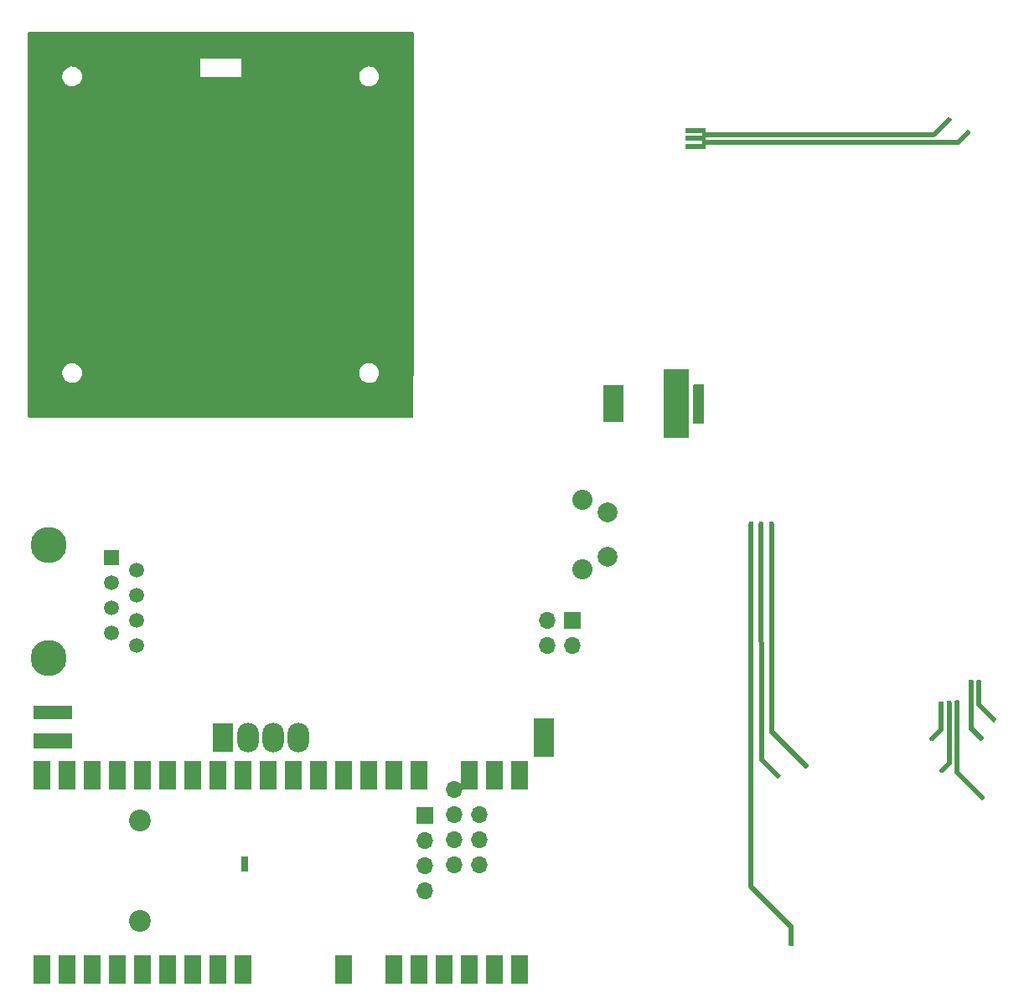
<source format=gbr>
G04 #@! TF.GenerationSoftware,KiCad,Pcbnew,7.0.1-0*
G04 #@! TF.CreationDate,2023-10-17T11:13:41-04:00*
G04 #@! TF.ProjectId,CosmicWatch,436f736d-6963-4576-9174-63682e6b6963,rev?*
G04 #@! TF.SameCoordinates,Original*
G04 #@! TF.FileFunction,Soldermask,Top*
G04 #@! TF.FilePolarity,Negative*
%FSLAX46Y46*%
G04 Gerber Fmt 4.6, Leading zero omitted, Abs format (unit mm)*
G04 Created by KiCad (PCBNEW 7.0.1-0) date 2023-10-17 11:13:41*
%MOMM*%
%LPD*%
G01*
G04 APERTURE LIST*
%ADD10R,2.000000X4.000000*%
%ADD11R,1.700000X1.700000*%
%ADD12O,1.700000X1.700000*%
%ADD13C,2.032000*%
%ADD14C,2.000000*%
%ADD15R,2.000000X3.000000*%
%ADD16O,2.200000X3.000000*%
%ADD17R,5.000000X2.000000*%
%ADD18R,1.700000X3.000000*%
%ADD19R,2.000000X3.800000*%
%ADD20R,2.500000X7.000000*%
%ADD21R,2.000000X0.500000*%
%ADD22C,0.600000*%
%ADD23C,0.270000*%
%ADD24C,3.650000*%
%ADD25R,1.500000X1.500000*%
%ADD26C,1.500000*%
%ADD27C,2.200000*%
%ADD28R,4.000000X1.500000*%
%ADD29R,4.000000X1.400000*%
%ADD30R,0.650000X1.560000*%
G04 APERTURE END LIST*
D10*
X192230000Y-102110000D03*
D11*
X195105000Y-90235000D03*
D12*
X195105000Y-92775000D03*
X192565000Y-90235000D03*
X192565000Y-92775000D03*
D13*
X196162500Y-85060000D03*
D14*
X198662500Y-83810000D03*
D13*
X196162500Y-78060000D03*
D14*
X198662500Y-79310000D03*
D15*
X159810000Y-102110000D03*
D16*
X162350000Y-102110000D03*
X164890000Y-102110000D03*
X167430000Y-102110000D03*
D11*
X159555023Y-64478630D03*
D12*
X159555023Y-61938630D03*
X159555023Y-59398630D03*
X159555023Y-56858630D03*
D17*
X159610000Y-36305000D03*
D18*
X141550000Y-125500000D03*
X144090000Y-125500000D03*
X146630000Y-125500000D03*
X149170000Y-125500000D03*
X151710000Y-125500000D03*
X154250000Y-125500000D03*
X156790000Y-125500000D03*
X159330000Y-125500000D03*
X161870000Y-125500000D03*
X172030000Y-125500000D03*
X177110000Y-125500000D03*
X179650000Y-125500000D03*
X182190000Y-125500000D03*
X184730000Y-125500000D03*
X187270000Y-125500000D03*
X189810000Y-125500000D03*
X189810000Y-105920000D03*
X187270000Y-105920000D03*
X184730000Y-105920000D03*
X179650000Y-105920000D03*
X177110000Y-105920000D03*
X174570000Y-105920000D03*
X172030000Y-105920000D03*
X169490000Y-105920000D03*
X166950000Y-105920000D03*
X164410000Y-105920000D03*
X161870000Y-105920000D03*
X159330000Y-105920000D03*
X156790000Y-105920000D03*
X154250000Y-105920000D03*
X151710000Y-105920000D03*
X149170000Y-105920000D03*
X146630000Y-105920000D03*
X144090000Y-105920000D03*
X141550000Y-105920000D03*
D17*
X159560000Y-32405000D03*
D19*
X199255000Y-68335000D03*
D20*
X205630000Y-68335000D03*
D21*
X207580000Y-40700000D03*
X207580000Y-40700000D03*
X207580000Y-41500000D03*
X207580000Y-42300000D03*
D22*
X158320000Y-51485000D03*
D23*
X158320000Y-50225000D03*
X158320000Y-48965000D03*
D22*
X159580000Y-51485000D03*
X159580000Y-48965000D03*
D23*
X160840000Y-51485000D03*
X160840000Y-50225000D03*
D22*
X160840000Y-48965000D03*
D24*
X142225000Y-82575000D03*
X142225000Y-94005000D03*
D25*
X148575000Y-83845000D03*
D26*
X151115000Y-85115000D03*
X148575000Y-86385000D03*
X151115000Y-87655000D03*
X148575000Y-88925000D03*
X151115000Y-90195000D03*
X148575000Y-91465000D03*
X151115000Y-92735000D03*
D27*
X151420000Y-120614500D03*
X151420000Y-110464500D03*
D12*
X183140000Y-107330000D03*
X185680000Y-109870000D03*
X183140000Y-109870000D03*
X185680000Y-112410000D03*
X183140000Y-112410000D03*
X185680000Y-114950000D03*
X183140000Y-114950000D03*
D11*
X180220000Y-109920000D03*
D12*
X180220000Y-112460000D03*
X180220000Y-115000000D03*
X180220000Y-117540000D03*
D28*
X142600000Y-102460000D03*
D29*
X142600000Y-99560000D03*
D30*
X161970000Y-114845000D03*
G36*
X179046892Y-30726903D02*
G01*
X179093017Y-30773078D01*
X179109853Y-30836136D01*
X179109000Y-31627573D01*
X179099380Y-31675725D01*
X179080001Y-31704704D01*
X179072185Y-61403125D01*
X179072185Y-61403277D01*
X179060185Y-69584185D01*
X179043243Y-69647107D01*
X178997132Y-69693150D01*
X178934185Y-69710000D01*
X144546334Y-69710000D01*
X144524017Y-69716281D01*
X142632697Y-69713614D01*
X142618926Y-69710000D01*
X140196000Y-69710000D01*
X140133000Y-69693119D01*
X140086881Y-69647000D01*
X140070000Y-69584000D01*
X140070000Y-65311168D01*
X143575131Y-65311168D01*
X143615860Y-65509361D01*
X143695653Y-65695303D01*
X143811240Y-65861370D01*
X143957894Y-66000775D01*
X144129606Y-66107805D01*
X144319347Y-66178077D01*
X144519351Y-66208716D01*
X144721426Y-66198468D01*
X144917308Y-66147750D01*
X145098961Y-66058646D01*
X145258968Y-65934792D01*
X145390762Y-65781268D01*
X145488957Y-65604357D01*
X145549529Y-65411299D01*
X145559711Y-65311168D01*
X173575131Y-65311168D01*
X173615860Y-65509361D01*
X173695653Y-65695303D01*
X173811240Y-65861370D01*
X173957894Y-66000775D01*
X174129606Y-66107805D01*
X174319347Y-66178077D01*
X174519351Y-66208716D01*
X174721426Y-66198468D01*
X174917308Y-66147750D01*
X175098961Y-66058646D01*
X175258968Y-65934792D01*
X175390762Y-65781268D01*
X175488957Y-65604357D01*
X175549529Y-65411299D01*
X175569999Y-65209999D01*
X175549529Y-65008700D01*
X175488957Y-64815642D01*
X175390762Y-64638731D01*
X175258968Y-64485207D01*
X175098961Y-64361353D01*
X174917308Y-64272249D01*
X174721426Y-64221531D01*
X174519351Y-64211283D01*
X174319347Y-64241922D01*
X174129606Y-64312194D01*
X173957894Y-64419224D01*
X173811240Y-64558629D01*
X173695653Y-64724696D01*
X173615860Y-64910638D01*
X173575131Y-65108832D01*
X173575131Y-65311168D01*
X145559711Y-65311168D01*
X145569999Y-65209999D01*
X145549529Y-65008700D01*
X145488957Y-64815642D01*
X145390762Y-64638731D01*
X145258968Y-64485207D01*
X145098961Y-64361353D01*
X144917308Y-64272249D01*
X144721426Y-64221531D01*
X144519351Y-64211283D01*
X144319347Y-64241922D01*
X144129606Y-64312194D01*
X143957894Y-64419224D01*
X143811240Y-64558629D01*
X143695653Y-64724696D01*
X143615860Y-64910638D01*
X143575131Y-65108832D01*
X143575131Y-65311168D01*
X140070000Y-65311168D01*
X140070000Y-35311168D01*
X143575131Y-35311168D01*
X143615860Y-35509361D01*
X143695653Y-35695303D01*
X143811240Y-35861370D01*
X143957894Y-36000775D01*
X144129606Y-36107805D01*
X144319347Y-36178077D01*
X144519351Y-36208716D01*
X144721426Y-36198468D01*
X144917308Y-36147750D01*
X145098961Y-36058646D01*
X145258968Y-35934792D01*
X145390762Y-35781268D01*
X145488957Y-35604357D01*
X145549529Y-35411299D01*
X145559711Y-35311168D01*
X173575131Y-35311168D01*
X173615860Y-35509361D01*
X173695653Y-35695303D01*
X173811240Y-35861370D01*
X173957894Y-36000775D01*
X174129606Y-36107805D01*
X174319347Y-36178077D01*
X174519351Y-36208716D01*
X174721426Y-36198468D01*
X174917308Y-36147750D01*
X175098961Y-36058646D01*
X175258968Y-35934792D01*
X175390762Y-35781268D01*
X175488957Y-35604357D01*
X175549529Y-35411299D01*
X175569999Y-35210000D01*
X175549529Y-35008700D01*
X175488957Y-34815642D01*
X175390762Y-34638731D01*
X175258968Y-34485207D01*
X175098961Y-34361353D01*
X174917308Y-34272249D01*
X174721426Y-34221531D01*
X174519351Y-34211283D01*
X174319347Y-34241922D01*
X174129606Y-34312194D01*
X173957894Y-34419224D01*
X173811240Y-34558629D01*
X173695653Y-34724696D01*
X173615860Y-34910638D01*
X173575131Y-35108832D01*
X173575131Y-35311168D01*
X145559711Y-35311168D01*
X145569999Y-35210000D01*
X145549529Y-35008700D01*
X145488957Y-34815642D01*
X145390762Y-34638731D01*
X145258968Y-34485207D01*
X145098961Y-34361353D01*
X144917308Y-34272249D01*
X144721426Y-34221531D01*
X144519351Y-34211283D01*
X144319347Y-34241922D01*
X144129606Y-34312194D01*
X143957894Y-34419224D01*
X143811240Y-34558629D01*
X143695653Y-34724696D01*
X143615860Y-34910638D01*
X143575131Y-35108832D01*
X143575131Y-35311168D01*
X140070000Y-35311168D01*
X140070000Y-33455000D01*
X157485000Y-33455000D01*
X157485000Y-35255000D01*
X161635000Y-35255000D01*
X161635000Y-33455000D01*
X157485000Y-33455000D01*
X140070000Y-33455000D01*
X140070000Y-30845930D01*
X140086870Y-30782949D01*
X140132963Y-30736832D01*
X140195935Y-30719930D01*
X159585000Y-30710000D01*
X178983853Y-30710000D01*
X179046892Y-30726903D01*
G37*
G36*
X232567000Y-98426881D02*
G01*
X232613119Y-98473000D01*
X232630000Y-98536000D01*
X232630000Y-101257810D01*
X232620409Y-101306028D01*
X232593095Y-101346905D01*
X231519095Y-102420905D01*
X231462611Y-102453517D01*
X231397389Y-102453517D01*
X231340905Y-102420905D01*
X231169095Y-102249095D01*
X231136483Y-102192611D01*
X231136483Y-102127389D01*
X231169095Y-102070905D01*
X232130000Y-101110000D01*
X232130000Y-98536000D01*
X232146881Y-98473000D01*
X232193000Y-98426881D01*
X232256000Y-98410000D01*
X232504000Y-98410000D01*
X232567000Y-98426881D01*
G37*
G36*
X233367000Y-98376881D02*
G01*
X233413119Y-98423000D01*
X233430000Y-98486000D01*
X233430000Y-104707810D01*
X233420409Y-104756028D01*
X233393095Y-104796905D01*
X232569095Y-105620905D01*
X232512611Y-105653517D01*
X232447389Y-105653517D01*
X232390905Y-105620905D01*
X232219095Y-105449095D01*
X232186483Y-105392611D01*
X232186483Y-105327389D01*
X232219095Y-105270904D01*
X232930000Y-104560000D01*
X232930000Y-98486000D01*
X232946881Y-98423000D01*
X232993000Y-98376881D01*
X233056000Y-98360000D01*
X233304000Y-98360000D01*
X233367000Y-98376881D01*
G37*
G36*
X234167000Y-98326881D02*
G01*
X234213119Y-98373000D01*
X234230000Y-98436000D01*
X234230000Y-105460001D01*
X236752727Y-107982727D01*
X236783661Y-108033493D01*
X236787875Y-108092791D01*
X236764432Y-108147422D01*
X236617167Y-108343777D01*
X236560329Y-108386259D01*
X236489547Y-108391289D01*
X236427272Y-108357272D01*
X233766905Y-105696905D01*
X233739591Y-105656028D01*
X233730000Y-105607810D01*
X233730000Y-98436000D01*
X233746881Y-98373000D01*
X233793000Y-98326881D01*
X233856000Y-98310000D01*
X234104000Y-98310000D01*
X234167000Y-98326881D01*
G37*
G36*
X235567000Y-96226881D02*
G01*
X235613119Y-96273000D01*
X235630000Y-96336000D01*
X235630000Y-101010001D01*
X236652727Y-102032727D01*
X236683661Y-102083493D01*
X236687875Y-102142791D01*
X236664432Y-102197422D01*
X236517167Y-102393777D01*
X236460329Y-102436259D01*
X236389547Y-102441289D01*
X236327272Y-102407272D01*
X235166905Y-101246905D01*
X235139591Y-101206028D01*
X235130000Y-101157810D01*
X235130000Y-96336000D01*
X235146881Y-96273000D01*
X235193000Y-96226881D01*
X235256000Y-96210000D01*
X235504000Y-96210000D01*
X235567000Y-96226881D01*
G37*
G36*
X236367000Y-96276881D02*
G01*
X236413119Y-96323000D01*
X236430000Y-96386000D01*
X236430000Y-98610001D01*
X237912794Y-100092794D01*
X237941861Y-100138144D01*
X237949333Y-100191489D01*
X237933843Y-100243080D01*
X237811122Y-100463979D01*
X237772271Y-100506679D01*
X237718454Y-100527570D01*
X237660969Y-100522267D01*
X237611883Y-100491883D01*
X235966905Y-98846905D01*
X235939591Y-98806028D01*
X235930000Y-98757810D01*
X235930000Y-96386000D01*
X235946881Y-96323000D01*
X235993000Y-96276881D01*
X236056000Y-96260000D01*
X236304000Y-96260000D01*
X236367000Y-96276881D01*
G37*
G36*
X213367000Y-80276881D02*
G01*
X213413119Y-80323000D01*
X213430000Y-80386000D01*
X213430000Y-117060001D01*
X217443095Y-121073095D01*
X217470409Y-121113972D01*
X217480000Y-121162190D01*
X217480000Y-123034000D01*
X217463119Y-123097000D01*
X217417000Y-123143119D01*
X217354000Y-123160000D01*
X217106000Y-123160000D01*
X217043000Y-123143119D01*
X216996881Y-123097000D01*
X216980000Y-123034000D01*
X216980000Y-121310000D01*
X216979999Y-121309998D01*
X212966905Y-117296905D01*
X212939591Y-117256028D01*
X212930000Y-117207810D01*
X212930000Y-80386000D01*
X212946881Y-80323000D01*
X212993000Y-80276881D01*
X213056000Y-80260000D01*
X213304000Y-80260000D01*
X213367000Y-80276881D01*
G37*
G36*
X214367187Y-80276837D02*
G01*
X214413294Y-80322848D01*
X214430263Y-80385736D01*
X214480000Y-104160000D01*
X214480001Y-104160002D01*
X216140904Y-105820905D01*
X216173516Y-105877389D01*
X216173516Y-105942611D01*
X216140905Y-105999095D01*
X215969096Y-106170905D01*
X215912611Y-106203517D01*
X215847389Y-106203517D01*
X215790905Y-106170905D01*
X214016797Y-104396797D01*
X213989533Y-104356041D01*
X213979892Y-104307963D01*
X213930262Y-80386261D01*
X213947056Y-80323151D01*
X213993187Y-80276924D01*
X214056262Y-80260000D01*
X214304263Y-80260000D01*
X214367187Y-80276837D01*
G37*
G36*
X215417000Y-80276881D02*
G01*
X215463119Y-80323000D01*
X215480000Y-80386000D01*
X215480000Y-101310001D01*
X218990904Y-104820905D01*
X219023516Y-104877389D01*
X219023516Y-104942611D01*
X218990905Y-104999095D01*
X218819096Y-105170905D01*
X218762611Y-105203517D01*
X218697389Y-105203517D01*
X218640905Y-105170905D01*
X215016905Y-101546905D01*
X214989591Y-101506028D01*
X214980000Y-101457810D01*
X214980000Y-80386000D01*
X214996881Y-80323000D01*
X215043000Y-80276881D01*
X215106000Y-80260000D01*
X215354000Y-80260000D01*
X215417000Y-80276881D01*
G37*
G36*
X208367000Y-66351881D02*
G01*
X208413119Y-66398000D01*
X208430000Y-66461000D01*
X208430000Y-70209000D01*
X208413119Y-70272000D01*
X208367000Y-70318119D01*
X208304000Y-70335000D01*
X207410499Y-70335000D01*
X207347499Y-70318119D01*
X207301380Y-70272000D01*
X207284499Y-70209000D01*
X207284499Y-66461000D01*
X207301380Y-66398000D01*
X207347499Y-66351881D01*
X207410499Y-66335000D01*
X208304000Y-66335000D01*
X208367000Y-66351881D01*
G37*
G36*
X233163080Y-39331156D02*
G01*
X233383979Y-39453877D01*
X233426679Y-39492728D01*
X233447570Y-39546544D01*
X233442267Y-39604030D01*
X233411883Y-39653116D01*
X231766905Y-41298095D01*
X231726028Y-41325409D01*
X231677810Y-41335000D01*
X208331000Y-41335000D01*
X208268000Y-41318119D01*
X208221881Y-41272000D01*
X208205000Y-41209000D01*
X208205000Y-40961000D01*
X208221881Y-40898000D01*
X208268000Y-40851881D01*
X208331000Y-40835000D01*
X231529999Y-40835000D01*
X233012793Y-39352205D01*
X233058144Y-39323138D01*
X233111489Y-39315666D01*
X233163080Y-39331156D01*
G37*
G36*
X235117422Y-40600567D02*
G01*
X235313777Y-40747832D01*
X235356259Y-40804670D01*
X235361289Y-40875452D01*
X235327272Y-40937727D01*
X234166905Y-42098095D01*
X234126028Y-42125409D01*
X234077810Y-42135000D01*
X208331000Y-42135000D01*
X208268000Y-42118119D01*
X208221881Y-42072000D01*
X208205000Y-42009000D01*
X208205000Y-41761000D01*
X208221881Y-41698000D01*
X208268000Y-41651881D01*
X208331000Y-41635000D01*
X233929999Y-41635000D01*
X234952726Y-40612272D01*
X235003493Y-40581338D01*
X235062791Y-40577124D01*
X235117422Y-40600567D01*
G37*
M02*

</source>
